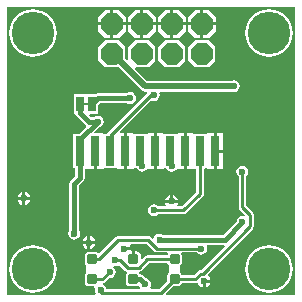
<source format=gbl>
G04 Layer_Physical_Order=2*
G04 Layer_Color=16711680*
%FSLAX44Y44*%
%MOMM*%
G71*
G01*
G75*
G04:AMPARAMS|DCode=13|XSize=0.8mm|YSize=0.8mm|CornerRadius=0.1mm|HoleSize=0mm|Usage=FLASHONLY|Rotation=90.000|XOffset=0mm|YOffset=0mm|HoleType=Round|Shape=RoundedRectangle|*
%AMROUNDEDRECTD13*
21,1,0.8000,0.6000,0,0,90.0*
21,1,0.6000,0.8000,0,0,90.0*
1,1,0.2000,0.3000,0.3000*
1,1,0.2000,0.3000,-0.3000*
1,1,0.2000,-0.3000,-0.3000*
1,1,0.2000,-0.3000,0.3000*
%
%ADD13ROUNDEDRECTD13*%
%ADD15C,0.2500*%
%ADD16C,0.4000*%
%ADD17C,0.5000*%
%ADD18P,2.0345X8X202.5*%
%ADD19C,3.6000*%
%ADD20C,0.6000*%
%ADD21R,0.7620X2.5400*%
%ADD22R,0.6350X1.2700*%
%ADD23C,0.2032*%
G36*
X-22104Y-101093D02*
X-21028Y-101811D01*
X-20000Y-102016D01*
Y-103228D01*
X-20163Y-103337D01*
X-20826Y-104329D01*
X-21059Y-105500D01*
Y-111500D01*
X-20826Y-112670D01*
X-20163Y-113663D01*
X-19171Y-114326D01*
X-18000Y-114559D01*
X-12000D01*
X-11022Y-114364D01*
X-9736Y-114449D01*
X-9101Y-115483D01*
X-9744Y-116686D01*
X-37564D01*
X-37790Y-115549D01*
X-38895Y-113895D01*
X-40285Y-112966D01*
X-40233Y-111879D01*
X-40151Y-111645D01*
X-39732Y-111561D01*
X-38657Y-110843D01*
X-35343Y-107530D01*
X-35000Y-107598D01*
X-33049Y-107210D01*
X-31395Y-106105D01*
X-30290Y-104451D01*
X-29902Y-102500D01*
X-30290Y-100549D01*
X-31395Y-98895D01*
X-31992Y-98497D01*
X-31496Y-97300D01*
X-30000Y-97598D01*
X-28049Y-97210D01*
X-26813Y-96384D01*
X-22104Y-101093D01*
D02*
G37*
G36*
X2657Y-84843D02*
X3732Y-85561D01*
X5000Y-85814D01*
X13659D01*
X14318Y-87047D01*
X14240Y-87231D01*
X14174Y-87329D01*
X14153Y-87434D01*
X13832Y-88186D01*
X-2990D01*
X-4258Y-88439D01*
X-5333Y-89157D01*
X-7217Y-91041D01*
X-8391Y-90555D01*
Y-88500D01*
X-8665Y-87119D01*
X-9448Y-85948D01*
X-10619Y-85165D01*
X-12000Y-84891D01*
X-13730D01*
Y-91500D01*
X-16270D01*
Y-84601D01*
X-16952Y-83770D01*
X-22500D01*
Y-81230D01*
X-17104D01*
X-17281Y-80338D01*
X-17786Y-79584D01*
X-17107Y-78314D01*
X-3873D01*
X2657Y-84843D01*
D02*
G37*
G36*
X62465Y-80348D02*
X42369Y-100445D01*
X41143Y-100689D01*
X40068Y-101407D01*
X36289Y-105186D01*
X25996D01*
X25826Y-104329D01*
X25163Y-103337D01*
X25000Y-103228D01*
Y-96772D01*
X25163Y-96663D01*
X25826Y-95670D01*
X26059Y-94500D01*
Y-88500D01*
X25826Y-87329D01*
X25662Y-87084D01*
X26341Y-85814D01*
X38701D01*
X38895Y-86105D01*
X40549Y-87210D01*
X42500Y-87598D01*
X44451Y-87210D01*
X46105Y-86105D01*
X47210Y-84451D01*
X47598Y-82500D01*
X47210Y-80549D01*
X46976Y-80198D01*
X47574Y-79078D01*
X61939D01*
X62465Y-80348D01*
D02*
G37*
G36*
X121666Y-121666D02*
X13180D01*
X12694Y-120493D01*
X18628Y-114559D01*
X23000D01*
X24170Y-114326D01*
X25163Y-113663D01*
X25826Y-112670D01*
X25996Y-111814D01*
X37661D01*
X38389Y-111669D01*
X39553Y-112081D01*
X39947Y-112409D01*
X41006Y-113994D01*
X42838Y-115219D01*
X43730Y-115396D01*
Y-110000D01*
X45000D01*
Y-108730D01*
X50396D01*
X50219Y-107838D01*
X48994Y-106006D01*
X48140Y-105435D01*
X48015Y-104171D01*
X86093Y-66093D01*
X86811Y-65018D01*
X87064Y-63750D01*
Y-53750D01*
X86811Y-52482D01*
X86093Y-51407D01*
X80814Y-46128D01*
Y-21299D01*
X81105Y-21105D01*
X82210Y-19451D01*
X82598Y-17500D01*
X82210Y-15549D01*
X81105Y-13895D01*
X79451Y-12790D01*
X77500Y-12402D01*
X75549Y-12790D01*
X73895Y-13895D01*
X72790Y-15549D01*
X72402Y-17500D01*
X72790Y-19451D01*
X73895Y-21105D01*
X74186Y-21299D01*
Y-47500D01*
X74439Y-48768D01*
X75157Y-49843D01*
X79274Y-53960D01*
X78648Y-55130D01*
X77500Y-54902D01*
X75549Y-55290D01*
X73895Y-56395D01*
X72790Y-58049D01*
X72568Y-59164D01*
X60811Y-70922D01*
X10396D01*
X9451Y-70290D01*
X7500Y-69902D01*
X5549Y-70290D01*
X3895Y-71395D01*
X2790Y-73049D01*
X2664Y-73682D01*
X1286Y-74100D01*
X-157Y-72657D01*
X-1232Y-71939D01*
X-2500Y-71686D01*
X-27500D01*
X-28768Y-71939D01*
X-29843Y-72657D01*
X-43641Y-86455D01*
X-44837Y-86337D01*
X-45829Y-85674D01*
X-47000Y-85441D01*
X-53000D01*
X-54170Y-85674D01*
X-55163Y-86337D01*
X-55826Y-87329D01*
X-56059Y-88500D01*
Y-94500D01*
X-55826Y-95670D01*
X-55163Y-96663D01*
X-55000Y-96772D01*
Y-103228D01*
X-55163Y-103337D01*
X-55826Y-104329D01*
X-56059Y-105500D01*
Y-111500D01*
X-55826Y-112670D01*
X-55163Y-113663D01*
X-54170Y-114326D01*
X-53000Y-114559D01*
X-48075D01*
X-47765Y-114914D01*
X-47266Y-115829D01*
X-47598Y-117500D01*
X-47210Y-119451D01*
X-46578Y-120396D01*
X-47257Y-121666D01*
X-121666D01*
Y121666D01*
X121666D01*
Y-121666D01*
D02*
G37*
G36*
X14174Y-95670D02*
X14837Y-96663D01*
X15000Y-96772D01*
Y-103228D01*
X14837Y-103337D01*
X14174Y-104329D01*
X13941Y-105500D01*
Y-109873D01*
X7127Y-116686D01*
X-256D01*
X-935Y-115416D01*
X-290Y-114451D01*
X98Y-112500D01*
X-290Y-110549D01*
X-1395Y-108895D01*
X-3049Y-107790D01*
X-4164Y-107568D01*
X-6116Y-105616D01*
X-7439Y-104732D01*
X-9000Y-104422D01*
X-9174Y-104329D01*
X-9837Y-103337D01*
X-10000Y-103228D01*
Y-102016D01*
X-8971Y-101811D01*
X-7897Y-101093D01*
X-1617Y-94814D01*
X14004D01*
X14174Y-95670D01*
D02*
G37*
%LPC*%
G36*
X-108770Y-34604D02*
X-109662Y-34781D01*
X-111494Y-36006D01*
X-112718Y-37838D01*
X-112896Y-38730D01*
X-108770D01*
Y-34604D01*
D02*
G37*
G36*
X-106230D02*
Y-38730D01*
X-102104D01*
X-102281Y-37838D01*
X-103506Y-36006D01*
X-105338Y-34781D01*
X-106230Y-34604D01*
D02*
G37*
G36*
X16242Y-37104D02*
X15350Y-37281D01*
X13518Y-38506D01*
X12293Y-40338D01*
X12116Y-41230D01*
X16242D01*
Y-37104D01*
D02*
G37*
G36*
X18782D02*
Y-41230D01*
X22908D01*
X22731Y-40338D01*
X21506Y-38506D01*
X19674Y-37281D01*
X18782Y-37104D01*
D02*
G37*
G36*
X9850Y15240D02*
X9344Y15240D01*
X4770D01*
Y-0D01*
Y-15240D01*
X9850D01*
X10896Y-14700D01*
X12957Y-14700D01*
X13895Y-16105D01*
X15549Y-17210D01*
X17500Y-17598D01*
X19451Y-17210D01*
X21105Y-16105D01*
X21402Y-15660D01*
X22550Y-15240D01*
X22550Y-15240D01*
X22550Y-15240D01*
X27630D01*
Y-0D01*
Y15240D01*
X22550D01*
Y15240D01*
X22010Y14700D01*
X10896Y14700D01*
X9850Y15240D01*
D02*
G37*
G36*
X-15550D02*
X-16056Y15240D01*
X-20630D01*
Y-0D01*
Y-15240D01*
X-15550D01*
X-14504Y-14700D01*
X-12043Y-14700D01*
X-11105Y-16105D01*
X-9451Y-17210D01*
X-7500Y-17598D01*
X-5549Y-17210D01*
X-3895Y-16105D01*
X-3789Y-15946D01*
X-2850Y-15240D01*
Y-15240D01*
X-2850Y-15240D01*
X2230D01*
Y-0D01*
Y15240D01*
X-2850D01*
Y15240D01*
X-3390Y14700D01*
X-14504Y14700D01*
X-15550Y15240D01*
D02*
G37*
G36*
X35250D02*
X34744Y15240D01*
X30170D01*
Y-0D01*
Y-15240D01*
X35250D01*
X36296Y-14700D01*
X37388Y-14700D01*
X38286Y-15598D01*
Y-34527D01*
X26128Y-46686D01*
X22905D01*
X22226Y-45416D01*
X22731Y-44662D01*
X22908Y-43770D01*
X12116D01*
X12293Y-44662D01*
X12798Y-45416D01*
X12119Y-46686D01*
X6299D01*
X6105Y-46395D01*
X4451Y-45290D01*
X2500Y-44902D01*
X549Y-45290D01*
X-1105Y-46395D01*
X-2210Y-48049D01*
X-2598Y-50000D01*
X-2210Y-51951D01*
X-1105Y-53605D01*
X549Y-54710D01*
X2500Y-55098D01*
X4451Y-54710D01*
X6105Y-53605D01*
X6299Y-53314D01*
X27500D01*
X28768Y-53061D01*
X29843Y-52343D01*
X43943Y-38243D01*
X44661Y-37168D01*
X44914Y-35900D01*
Y-15598D01*
X45812Y-14700D01*
X46904Y-14700D01*
X47950Y-15240D01*
X48456Y-15240D01*
X53030D01*
Y-0D01*
Y15240D01*
X47950D01*
X46904Y14700D01*
X46680Y14700D01*
X36296Y14700D01*
X35250Y15240D01*
D02*
G37*
G36*
X60650Y-1270D02*
X55570D01*
Y-15240D01*
X60650D01*
Y-1270D01*
D02*
G37*
G36*
X-102104Y-41270D02*
X-106230D01*
Y-45396D01*
X-105338Y-45219D01*
X-103506Y-43994D01*
X-102281Y-42162D01*
X-102104Y-41270D01*
D02*
G37*
G36*
X50396Y-111270D02*
X46270D01*
Y-115396D01*
X47162Y-115219D01*
X48994Y-113994D01*
X50219Y-112162D01*
X50396Y-111270D01*
D02*
G37*
G36*
X-53770Y-78770D02*
X-57896D01*
X-57719Y-79662D01*
X-56494Y-81494D01*
X-54662Y-82719D01*
X-53770Y-82896D01*
Y-78770D01*
D02*
G37*
G36*
X-100000Y-79903D02*
X-103921Y-80289D01*
X-107691Y-81433D01*
X-111165Y-83290D01*
X-114211Y-85789D01*
X-116710Y-88835D01*
X-118567Y-92309D01*
X-119711Y-96079D01*
X-120097Y-100000D01*
X-119711Y-103921D01*
X-118567Y-107691D01*
X-116710Y-111165D01*
X-114211Y-114211D01*
X-111165Y-116710D01*
X-107691Y-118567D01*
X-103921Y-119711D01*
X-100000Y-120097D01*
X-96079Y-119711D01*
X-92309Y-118567D01*
X-88835Y-116710D01*
X-85789Y-114211D01*
X-83290Y-111165D01*
X-81433Y-107691D01*
X-80289Y-103921D01*
X-79903Y-100000D01*
X-80289Y-96079D01*
X-81433Y-92309D01*
X-83290Y-88835D01*
X-85789Y-85789D01*
X-88835Y-83290D01*
X-92309Y-81433D01*
X-96079Y-80289D01*
X-100000Y-79903D01*
D02*
G37*
G36*
X100000D02*
X96079Y-80289D01*
X92309Y-81433D01*
X88835Y-83290D01*
X85789Y-85789D01*
X83290Y-88835D01*
X81433Y-92309D01*
X80289Y-96079D01*
X79903Y-100000D01*
X80289Y-103921D01*
X81433Y-107691D01*
X83290Y-111165D01*
X85789Y-114211D01*
X88835Y-116710D01*
X92309Y-118567D01*
X96079Y-119711D01*
X100000Y-120097D01*
X103921Y-119711D01*
X107691Y-118567D01*
X111165Y-116710D01*
X114211Y-114211D01*
X116710Y-111165D01*
X118567Y-107691D01*
X119711Y-103921D01*
X120097Y-100000D01*
X119711Y-96079D01*
X118567Y-92309D01*
X116710Y-88835D01*
X114211Y-85789D01*
X111165Y-83290D01*
X107691Y-81433D01*
X103921Y-80289D01*
X100000Y-79903D01*
D02*
G37*
G36*
X-51230Y-72104D02*
Y-76230D01*
X-47104D01*
X-47281Y-75338D01*
X-48506Y-73506D01*
X-50338Y-72281D01*
X-51230Y-72104D01*
D02*
G37*
G36*
X-108770Y-41270D02*
X-112896D01*
X-112718Y-42162D01*
X-111494Y-43994D01*
X-109662Y-45219D01*
X-108770Y-45396D01*
Y-41270D01*
D02*
G37*
G36*
X-47104Y-78770D02*
X-51230D01*
Y-82896D01*
X-50338Y-82719D01*
X-48506Y-81494D01*
X-47281Y-79662D01*
X-47104Y-78770D01*
D02*
G37*
G36*
X-53770Y-72104D02*
X-54662Y-72281D01*
X-56494Y-73506D01*
X-57719Y-75338D01*
X-57896Y-76230D01*
X-53770D01*
Y-72104D01*
D02*
G37*
G36*
X-8970Y119638D02*
X-13669D01*
X-19638Y113669D01*
Y108970D01*
X-8970D01*
Y119638D01*
D02*
G37*
G36*
X16430D02*
X11731D01*
X5762Y113669D01*
Y108970D01*
X16430D01*
Y119638D01*
D02*
G37*
G36*
X55038Y106430D02*
X44370D01*
Y95762D01*
X49069D01*
X55038Y101731D01*
Y106430D01*
D02*
G37*
G36*
X29638D02*
X18970D01*
Y95762D01*
X23669D01*
X29638Y101731D01*
Y106430D01*
D02*
G37*
G36*
X41830D02*
X31162D01*
Y101731D01*
X37131Y95762D01*
X41830D01*
Y106430D01*
D02*
G37*
G36*
X-34370Y119638D02*
X-39069D01*
X-45038Y113669D01*
Y108970D01*
X-34370D01*
Y119638D01*
D02*
G37*
G36*
X-27131D02*
X-31830D01*
Y108970D01*
X-21162D01*
Y113669D01*
X-27131Y119638D01*
D02*
G37*
G36*
X49069D02*
X44370D01*
Y108970D01*
X55038D01*
Y113669D01*
X49069Y119638D01*
D02*
G37*
G36*
X23669D02*
X18970D01*
Y108970D01*
X29638D01*
Y113669D01*
X23669Y119638D01*
D02*
G37*
G36*
X41830D02*
X37131D01*
X31162Y113669D01*
Y108970D01*
X41830D01*
Y119638D01*
D02*
G37*
G36*
X-1731D02*
X-6430D01*
Y108970D01*
X4238D01*
Y113669D01*
X-1731Y119638D01*
D02*
G37*
G36*
X-2001Y93698D02*
X-13399D01*
X-19098Y87999D01*
Y77383D01*
X-20368Y76857D01*
X-21702Y78191D01*
Y87999D01*
X-27401Y93698D01*
X-38799D01*
X-44498Y87999D01*
Y76601D01*
X-38799Y70902D01*
X-27401D01*
X-27396Y70907D01*
X-8244Y51756D01*
X-6756Y50761D01*
X-5000Y50412D01*
X-3571D01*
X-3044Y49142D01*
X-37343Y14843D01*
X-37439Y14700D01*
X-39904Y14700D01*
X-40950Y15240D01*
X-41456Y15240D01*
X-47333D01*
X-47819Y16413D01*
X-44164Y20068D01*
X-43049Y20290D01*
X-41395Y21395D01*
X-40290Y23049D01*
X-39902Y25000D01*
X-40290Y26951D01*
X-41395Y28605D01*
X-43049Y29710D01*
X-45000Y30098D01*
X-46951Y29710D01*
X-47896Y29078D01*
X-50811D01*
X-52209Y30477D01*
X-51723Y31650D01*
X-44745D01*
Y39407D01*
X-43231Y40922D01*
X-20396D01*
X-19451Y40290D01*
X-17500Y39902D01*
X-15549Y40290D01*
X-13895Y41395D01*
X-12790Y43049D01*
X-12402Y45000D01*
X-12790Y46951D01*
X-13895Y48605D01*
X-15549Y49710D01*
X-17500Y50098D01*
X-19451Y49710D01*
X-20396Y49078D01*
X-44920D01*
X-46481Y48768D01*
X-47106Y48350D01*
X-65255D01*
Y31650D01*
X-63973D01*
X-63848Y31019D01*
X-62964Y29696D01*
X-55416Y22148D01*
X-55165Y21851D01*
X-55053Y20714D01*
X-61068Y14700D01*
X-65810D01*
Y-14700D01*
X-64078D01*
Y-20811D01*
X-67884Y-24616D01*
X-68768Y-25939D01*
X-69078Y-27500D01*
X-69078Y-27500D01*
Y-67104D01*
X-69710Y-68049D01*
X-70098Y-70000D01*
X-69710Y-71951D01*
X-68605Y-73605D01*
X-66951Y-74710D01*
X-65000Y-75098D01*
X-63049Y-74710D01*
X-61395Y-73605D01*
X-60290Y-71951D01*
X-59902Y-70000D01*
X-60290Y-68049D01*
X-60922Y-67104D01*
Y-29189D01*
X-57116Y-25384D01*
X-56232Y-24061D01*
X-55922Y-22500D01*
X-55922Y-22500D01*
Y-15598D01*
X-55024Y-14700D01*
X-54696D01*
X-53650Y-15240D01*
X-53650Y-15240D01*
X-53650Y-15240D01*
X-48570D01*
Y-0D01*
X-46030D01*
Y-15240D01*
X-40950D01*
X-39904Y-14700D01*
X-39680Y-14700D01*
X-29296D01*
X-28250Y-15240D01*
X-28250Y-15240D01*
X-28250Y-15240D01*
X-23170D01*
Y-0D01*
Y15240D01*
X-25914D01*
X-26400Y16413D01*
X206Y43019D01*
X549Y42790D01*
X2500Y42402D01*
X4451Y42790D01*
X6105Y43895D01*
X7210Y45549D01*
X7598Y47500D01*
X7271Y49142D01*
X7979Y50412D01*
X67867D01*
X68049Y50290D01*
X70000Y49902D01*
X71951Y50290D01*
X73605Y51395D01*
X74710Y53049D01*
X75098Y55000D01*
X74710Y56951D01*
X73605Y58605D01*
X71951Y59710D01*
X70000Y60098D01*
X68049Y59710D01*
X67867Y59588D01*
X-3099D01*
X-13143Y69632D01*
X-12617Y70902D01*
X-2001D01*
X3698Y76601D01*
Y87999D01*
X-2001Y93698D01*
D02*
G37*
G36*
X-100000Y120097D02*
X-103921Y119711D01*
X-107691Y118567D01*
X-111165Y116710D01*
X-114211Y114211D01*
X-116710Y111165D01*
X-118567Y107691D01*
X-119711Y103921D01*
X-120097Y100000D01*
X-119711Y96079D01*
X-118567Y92309D01*
X-116710Y88835D01*
X-114211Y85789D01*
X-111165Y83290D01*
X-107691Y81433D01*
X-103921Y80289D01*
X-100000Y79903D01*
X-96079Y80289D01*
X-92309Y81433D01*
X-88835Y83290D01*
X-85789Y85789D01*
X-83290Y88835D01*
X-81433Y92309D01*
X-80289Y96079D01*
X-79903Y100000D01*
X-80289Y103921D01*
X-81433Y107691D01*
X-83290Y111165D01*
X-85789Y114211D01*
X-88835Y116710D01*
X-92309Y118567D01*
X-96079Y119711D01*
X-100000Y120097D01*
D02*
G37*
G36*
X48799Y93698D02*
X37401D01*
X31702Y87999D01*
Y76601D01*
X37401Y70902D01*
X48799D01*
X54498Y76601D01*
Y87999D01*
X48799Y93698D01*
D02*
G37*
G36*
X55570Y15240D02*
Y1270D01*
X60650D01*
Y15240D01*
X55570D01*
D02*
G37*
G36*
X23399Y93698D02*
X12001D01*
X6302Y87999D01*
Y76601D01*
X12001Y70902D01*
X23399D01*
X29098Y76601D01*
Y87999D01*
X23399Y93698D01*
D02*
G37*
G36*
X100000Y120097D02*
X96079Y119711D01*
X92309Y118567D01*
X88835Y116710D01*
X85789Y114211D01*
X83290Y111165D01*
X81433Y107691D01*
X80289Y103921D01*
X79903Y100000D01*
X80289Y96079D01*
X81433Y92309D01*
X83290Y88835D01*
X85789Y85789D01*
X88835Y83290D01*
X92309Y81433D01*
X96079Y80289D01*
X100000Y79903D01*
X103921Y80289D01*
X107691Y81433D01*
X111165Y83290D01*
X114211Y85789D01*
X116710Y88835D01*
X118567Y92309D01*
X119711Y96079D01*
X120097Y100000D01*
X119711Y103921D01*
X118567Y107691D01*
X116710Y111165D01*
X114211Y114211D01*
X111165Y116710D01*
X107691Y118567D01*
X103921Y119711D01*
X100000Y120097D01*
D02*
G37*
G36*
X4238Y106430D02*
X-6430D01*
Y95762D01*
X-1731D01*
X4238Y101731D01*
Y106430D01*
D02*
G37*
G36*
X16430D02*
X5762D01*
Y101731D01*
X11731Y95762D01*
X16430D01*
Y106430D01*
D02*
G37*
G36*
X-8970D02*
X-19638D01*
Y101731D01*
X-13669Y95762D01*
X-8970D01*
Y106430D01*
D02*
G37*
G36*
X-34370D02*
X-45038D01*
Y101731D01*
X-39069Y95762D01*
X-34370D01*
Y106430D01*
D02*
G37*
G36*
X-21162D02*
X-31830D01*
Y95762D01*
X-27131D01*
X-21162Y101731D01*
Y106430D01*
D02*
G37*
%LPD*%
D13*
X-50000Y-91500D02*
D03*
Y-108500D02*
D03*
X20000Y-91500D02*
D03*
Y-108500D02*
D03*
X-15000Y-91500D02*
D03*
Y-108500D02*
D03*
D15*
X77500Y-47500D02*
Y-17500D01*
X-44000Y-91500D02*
X-27500Y-75000D01*
X-50000Y-91500D02*
X-44000D01*
X-27500Y-75000D02*
X-2500D01*
X5000Y-82500D01*
X41600Y-35900D02*
Y0D01*
X27500Y-50000D02*
X41600Y-35900D01*
X2500Y-50000D02*
X27500D01*
X-30000Y-92500D02*
X-26010D01*
X-19760Y-98750D01*
X-10240D01*
X-2990Y-91500D01*
X20000D01*
X8500Y-120000D02*
X20000Y-108500D01*
X-42500Y-120000D02*
X8500D01*
X5000Y-82500D02*
X42500D01*
X-50000Y-108500D02*
X-41000D01*
X-35000Y-102500D01*
X0Y47500D02*
X2500D01*
X-35000Y12500D02*
X0Y47500D01*
X-42500Y-120000D02*
Y-117500D01*
X77500Y-47500D02*
X83750Y-53750D01*
Y-63750D02*
Y-53750D01*
X43750Y-103750D02*
X83750Y-63750D01*
X42411Y-103750D02*
X43750D01*
X37661Y-108500D02*
X42411Y-103750D01*
X20000Y-108500D02*
X37661D01*
D16*
X-9000D02*
X-5000Y-112500D01*
X-15000Y-108500D02*
X-9000D01*
X62500Y-75000D02*
X77500Y-60000D01*
X7500Y-75000D02*
X62500D01*
X-65000Y-70000D02*
Y-27500D01*
X-60000Y-22500D01*
Y0D01*
Y10000D01*
X-45000Y25000D01*
X-44920Y45000D02*
X-17500D01*
X-49920Y40000D02*
X-44920Y45000D01*
X-52500Y25000D02*
X-45000D01*
X-60080Y32580D02*
X-52500Y25000D01*
X-60080Y32580D02*
Y40000D01*
D17*
X-5000Y55000D02*
X70000D01*
X-32300Y82300D02*
X-5000Y55000D01*
X-33100Y82300D02*
X-32300D01*
D18*
X-33100D02*
D03*
Y107700D02*
D03*
X-7700Y82300D02*
D03*
Y107700D02*
D03*
X17700Y82300D02*
D03*
Y107700D02*
D03*
X43100Y82300D02*
D03*
Y107700D02*
D03*
D19*
X-100000Y-100000D02*
D03*
X100000D02*
D03*
Y100000D02*
D03*
X-100000D02*
D03*
D20*
X77500Y-17500D02*
D03*
X-22500Y-82500D02*
D03*
X-52500Y-77500D02*
D03*
X17500Y-12500D02*
D03*
X-7500D02*
D03*
X2500Y-50000D02*
D03*
X17512Y-42500D02*
D03*
X-30000Y-92500D02*
D03*
X-5000Y-112500D02*
D03*
X42500Y-82500D02*
D03*
X-35000Y-102500D02*
D03*
X2500Y47500D02*
D03*
X-42500Y-117500D02*
D03*
X-107500Y-40000D02*
D03*
X45000Y-110000D02*
D03*
X77500Y-60000D02*
D03*
X7500Y-75000D02*
D03*
X-65000Y-70000D02*
D03*
X70000Y55000D02*
D03*
X-17500Y45000D02*
D03*
X-45000Y25000D02*
D03*
D21*
X54300Y0D02*
D03*
X41600D02*
D03*
X28900D02*
D03*
X16200D02*
D03*
X3500D02*
D03*
X-9200D02*
D03*
X-21900D02*
D03*
X-34600D02*
D03*
X-47300D02*
D03*
X-60000D02*
D03*
D22*
X-60080Y40000D02*
D03*
X-49920D02*
D03*
D23*
X-58810D02*
X-51190D01*
M02*

</source>
